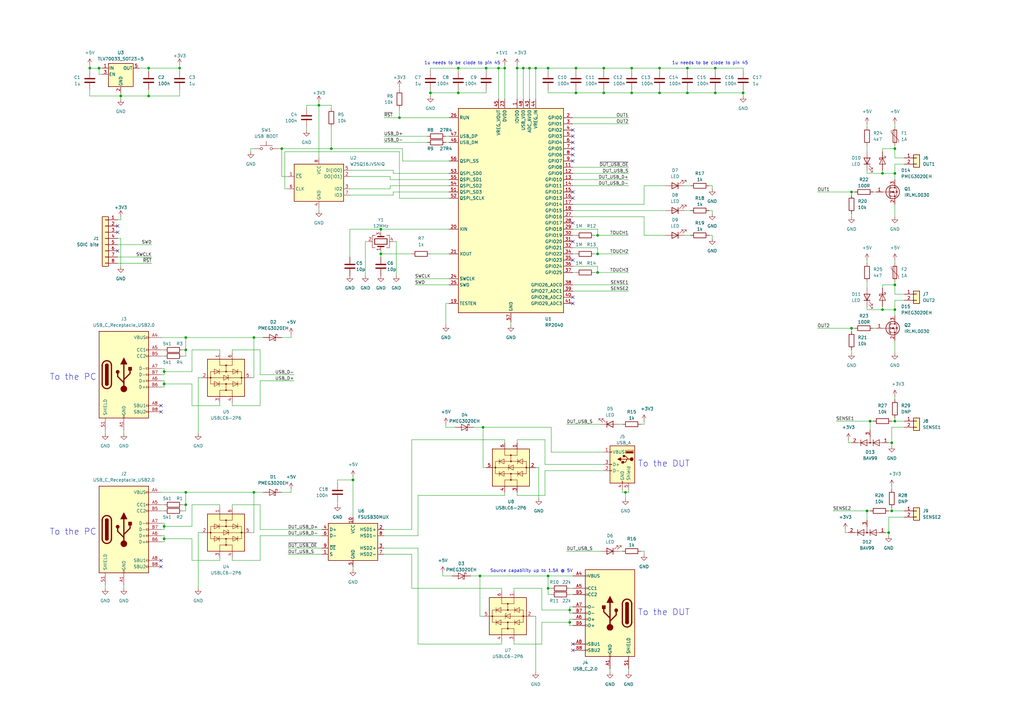
<source format=kicad_sch>
(kicad_sch (version 20211123) (generator eeschema)
  (paper "A3")
  (title_block (title "Latte") (date "2022-11-07") (rev "1.0") (company "Vojtěch Vosáhlo") (comment 1 "An open source USB latency tester"))
  (junction (at 49.53 39.37))
  (junction (at 196.85 236.22))
  (junction (at 367.03 172.72))
  (junction (at 270.51 27.94))
  (junction (at 236.22 38.1))
  (junction (at 293.37 38.1))
  (junction (at 144.78 196.85))
  (junction (at 207.01 27.94))
  (junction (at 187.96 38.1))
  (junction (at 224.79 27.94))
  (junction (at 247.65 38.1))
  (junction (at 76.2 207.01))
  (junction (at 247.65 27.94))
  (junction (at 367.03 116.84))
  (junction (at 224.79 241.3))
  (junction (at 217.17 27.94))
  (junction (at 304.8 38.1))
  (junction (at 156.21 93.98))
  (junction (at 349.25 134.62))
  (junction (at 67.31 157.48))
  (junction (at 156.21 104.14))
  (junction (at 236.22 27.94))
  (junction (at 361.95 71.12))
  (junction (at 40.64 27.94))
  (junction (at 281.94 38.1))
  (junction (at 365.76 209.55))
  (junction (at 259.08 27.94))
  (junction (at 176.53 38.1))
  (junction (at 355.6 209.55))
  (junction (at 104.14 138.43))
  (junction (at 245.11 104.14))
  (junction (at 245.11 96.52))
  (junction (at 367.03 127))
  (junction (at 361.95 127))
  (junction (at 356.87 172.72))
  (junction (at 233.68 250.19))
  (junction (at 163.83 48.26))
  (junction (at 104.14 201.93))
  (junction (at 367.03 71.12))
  (junction (at 76.2 138.43))
  (junction (at 67.31 152.4))
  (junction (at 60.96 39.37))
  (junction (at 76.2 143.51))
  (junction (at 204.47 27.94))
  (junction (at 212.09 27.94))
  (junction (at 199.39 27.94))
  (junction (at 245.11 111.76))
  (junction (at 256.54 201.93))
  (junction (at 281.94 27.94))
  (junction (at 214.63 27.94))
  (junction (at 76.2 201.93))
  (junction (at 349.25 78.74))
  (junction (at 60.96 27.94))
  (junction (at 135.89 60.96))
  (junction (at 293.37 27.94))
  (junction (at 259.08 38.1))
  (junction (at 73.66 27.94))
  (junction (at 67.31 220.98))
  (junction (at 187.96 27.94))
  (junction (at 224.79 236.22))
  (junction (at 36.83 27.94))
  (junction (at 198.12 175.26))
  (junction (at 364.49 218.44))
  (junction (at 233.68 255.27))
  (junction (at 219.71 27.94))
  (junction (at 365.76 181.61))
  (junction (at 67.31 215.9))
  (junction (at 270.51 38.1))
  (junction (at 367.03 60.96))
  (junction (at 130.81 43.18))
  (junction (at 115.57 60.96))
  (no_connect (at 234.95 53.34))
  (no_connect (at 66.04 229.87))
  (no_connect (at 234.95 91.44))
  (no_connect (at 234.95 63.5))
  (no_connect (at 66.04 232.41))
  (no_connect (at 234.95 78.74))
  (no_connect (at 48.26 102.87))
  (no_connect (at 234.95 60.96))
  (no_connect (at 66.04 166.37))
  (no_connect (at 234.95 124.46))
  (no_connect (at 234.95 266.7))
  (no_connect (at 234.95 264.16))
  (no_connect (at 234.95 66.04))
  (no_connect (at 48.26 95.25))
  (no_connect (at 234.95 106.68))
  (no_connect (at 66.04 168.91))
  (no_connect (at 234.95 55.88))
  (no_connect (at 234.95 81.28))
  (no_connect (at 234.95 121.92))
  (no_connect (at 234.95 58.42))
  (no_connect (at 234.95 99.06))
  (no_connect (at 48.26 92.71))
  (wire (pts (xy 161.29 71.12) (xy 161.29 69.85)))
  (wire (pts (xy 212.09 180.34) (xy 212.09 181.61)))
  (wire (pts (xy 365.76 182.88) (xy 365.76 181.61)))
  (wire (pts (xy 160.02 76.2) (xy 160.02 77.47)))
  (wire (pts (xy 232.41 226.06) (xy 246.38 226.06)))
  (wire (pts (xy 245.11 104.14) (xy 257.81 104.14)))
  (wire (pts (xy 361.95 116.84) (xy 367.03 116.84)))
  (wire (pts (xy 78.74 157.48) (xy 78.74 166.37)))
  (wire (pts (xy 234.95 86.36) (xy 273.05 86.36)))
  (wire (pts (xy 224.79 236.22) (xy 196.85 236.22)))
  (wire (pts (xy 292.1 86.36) (xy 292.1 87.63)))
  (wire (pts (xy 290.83 86.36) (xy 292.1 86.36)))
  (wire (pts (xy 161.29 99.06) (xy 162.56 99.06)))
  (wire (pts (xy 364.49 218.44) (xy 363.22 218.44)))
  (wire (pts (xy 182.88 133.35) (xy 182.88 124.46)))
  (wire (pts (xy 196.85 236.22) (xy 196.85 252.73)))
  (wire (pts (xy 67.31 220.98) (xy 67.31 222.25)))
  (wire (pts (xy 176.53 39.37) (xy 176.53 38.1)))
  (wire (pts (xy 367.03 115.57) (xy 367.03 116.84)))
  (wire (pts (xy 81.28 218.44) (xy 81.28 241.3)))
  (wire (pts (xy 95.25 228.6) (xy 95.25 229.87)))
  (wire (pts (xy 370.84 123.19) (xy 367.03 123.19)))
  (wire (pts (xy 66.04 222.25) (xy 67.31 222.25)))
  (wire (pts (xy 234.95 68.58) (xy 257.81 68.58)))
  (wire (pts (xy 367.03 172.72) (xy 370.84 172.72)))
  (wire (pts (xy 210.82 241.3) (xy 210.82 242.57)))
  (wire (pts (xy 171.45 224.79) (xy 171.45 264.16)))
  (wire (pts (xy 144.78 195.58) (xy 144.78 196.85)))
  (wire (pts (xy 209.55 132.08) (xy 209.55 133.35)))
  (wire (pts (xy 60.96 39.37) (xy 49.53 39.37)))
  (wire (pts (xy 370.84 64.77) (xy 367.03 64.77)))
  (wire (pts (xy 106.68 219.71) (xy 132.08 219.71)))
  (wire (pts (xy 119.38 138.43) (xy 115.57 138.43)))
  (wire (pts (xy 217.17 27.94) (xy 219.71 27.94)))
  (wire (pts (xy 170.18 116.84) (xy 184.15 116.84)))
  (wire (pts (xy 78.74 166.37) (xy 90.17 166.37)))
  (wire (pts (xy 199.39 29.21) (xy 199.39 27.94)))
  (wire (pts (xy 349.25 80.01) (xy 349.25 78.74)))
  (wire (pts (xy 157.48 48.26) (xy 163.83 48.26)))
  (wire (pts (xy 73.66 27.94) (xy 73.66 29.21)))
  (wire (pts (xy 205.74 262.89) (xy 205.74 264.16)))
  (wire (pts (xy 365.76 181.61) (xy 364.49 181.61)))
  (wire (pts (xy 160.02 72.39) (xy 160.02 73.66)))
  (wire (pts (xy 66.04 207.01) (xy 67.31 207.01)))
  (wire (pts (xy 250.19 274.32) (xy 250.19 275.59)))
  (wire (pts (xy 138.43 198.12) (xy 138.43 196.85)))
  (wire (pts (xy 236.22 27.94) (xy 236.22 29.21)))
  (wire (pts (xy 199.39 38.1) (xy 187.96 38.1)))
  (wire (pts (xy 78.74 220.98) (xy 78.74 229.87)))
  (wire (pts (xy 204.47 27.94) (xy 204.47 40.64)))
  (wire (pts (xy 161.29 78.74) (xy 184.15 78.74)))
  (wire (pts (xy 130.81 64.77) (xy 130.81 43.18)))
  (wire (pts (xy 73.66 36.83) (xy 73.66 39.37)))
  (wire (pts (xy 114.3 60.96) (xy 115.57 60.96)))
  (wire (pts (xy 207.01 26.67) (xy 207.01 27.94)))
  (wire (pts (xy 245.11 96.52) (xy 257.81 96.52)))
  (wire (pts (xy 280.67 86.36) (xy 283.21 86.36)))
  (wire (pts (xy 222.25 250.19) (xy 222.25 241.3)))
  (wire (pts (xy 130.81 43.18) (xy 125.73 43.18)))
  (wire (pts (xy 365.76 175.26) (xy 370.84 175.26)))
  (wire (pts (xy 270.51 27.94) (xy 270.51 29.21)))
  (wire (pts (xy 214.63 27.94) (xy 217.17 27.94)))
  (wire (pts (xy 234.95 48.26) (xy 257.81 48.26)))
  (wire (pts (xy 270.51 27.94) (xy 281.94 27.94)))
  (wire (pts (xy 355.6 106.68) (xy 355.6 107.95)))
  (wire (pts (xy 67.31 215.9) (xy 67.31 217.17)))
  (wire (pts (xy 78.74 152.4) (xy 78.74 143.51)))
  (wire (pts (xy 232.41 173.99) (xy 246.38 173.99)))
  (wire (pts (xy 95.25 165.1) (xy 95.25 166.37)))
  (wire (pts (xy 365.76 208.28) (xy 365.76 209.55)))
  (wire (pts (xy 364.49 212.09) (xy 364.49 218.44)))
  (wire (pts (xy 149.86 99.06) (xy 149.86 113.03)))
  (wire (pts (xy 264.16 226.06) (xy 264.16 227.33)))
  (wire (pts (xy 367.03 83.82) (xy 367.03 88.9)))
  (wire (pts (xy 207.01 27.94) (xy 207.01 40.64)))
  (wire (pts (xy 349.25 181.61) (xy 347.98 181.61)))
  (wire (pts (xy 234.95 251.46) (xy 233.68 251.46)))
  (wire (pts (xy 157.48 58.42) (xy 175.26 58.42)))
  (wire (pts (xy 165.1 66.04) (xy 165.1 60.96)))
  (wire (pts (xy 367.03 64.77) (xy 367.03 60.96)))
  (wire (pts (xy 364.49 209.55) (xy 365.76 209.55)))
  (wire (pts (xy 66.04 153.67) (xy 67.31 153.67)))
  (wire (pts (xy 66.04 214.63) (xy 67.31 214.63)))
  (wire (pts (xy 355.6 59.69) (xy 355.6 62.23)))
  (wire (pts (xy 223.52 203.2) (xy 212.09 203.2)))
  (wire (pts (xy 361.95 127) (xy 367.03 127)))
  (wire (pts (xy 116.84 77.47) (xy 118.11 77.47)))
  (wire (pts (xy 66.04 156.21) (xy 67.31 156.21)))
  (wire (pts (xy 171.45 219.71) (xy 171.45 203.2)))
  (wire (pts (xy 157.48 224.79) (xy 171.45 224.79)))
  (wire (pts (xy 365.76 209.55) (xy 370.84 209.55)))
  (wire (pts (xy 66.04 143.51) (xy 67.31 143.51)))
  (wire (pts (xy 116.84 62.23) (xy 116.84 77.47)))
  (wire (pts (xy 207.01 201.93) (xy 207.01 203.2)))
  (wire (pts (xy 370.84 212.09) (xy 364.49 212.09)))
  (wire (pts (xy 182.88 124.46) (xy 184.15 124.46)))
  (wire (pts (xy 218.44 252.73) (xy 219.71 252.73)))
  (wire (pts (xy 199.39 191.77) (xy 198.12 191.77)))
  (wire (pts (xy 226.06 185.42) (xy 226.06 175.26)))
  (wire (pts (xy 182.88 173.99) (xy 182.88 175.26)))
  (wire (pts (xy 234.95 236.22) (xy 224.79 236.22)))
  (wire (pts (xy 74.93 146.05) (xy 76.2 146.05)))
  (wire (pts (xy 104.14 138.43) (xy 104.14 154.94)))
  (wire (pts (xy 156.21 93.98) (xy 184.15 93.98)))
  (wire (pts (xy 247.65 36.83) (xy 247.65 38.1)))
  (wire (pts (xy 355.6 50.8) (xy 355.6 52.07)))
  (wire (pts (xy 234.95 254) (xy 233.68 254)))
  (wire (pts (xy 182.88 55.88) (xy 184.15 55.88)))
  (wire (pts (xy 78.74 229.87) (xy 90.17 229.87)))
  (wire (pts (xy 156.21 93.98) (xy 156.21 95.25)))
  (wire (pts (xy 163.83 62.23) (xy 116.84 62.23)))
  (wire (pts (xy 234.95 248.92) (xy 233.68 248.92)))
  (wire (pts (xy 292.1 96.52) (xy 292.1 97.79)))
  (wire (pts (xy 132.08 217.17) (xy 106.68 217.17)))
  (wire (pts (xy 355.6 127) (xy 361.95 127)))
  (wire (pts (xy 342.9 172.72) (xy 356.87 172.72)))
  (wire (pts (xy 43.18 240.03) (xy 43.18 241.3)))
  (wire (pts (xy 50.8 176.53) (xy 50.8 177.8)))
  (wire (pts (xy 243.84 96.52) (xy 245.11 96.52)))
  (wire (pts (xy 171.45 203.2) (xy 207.01 203.2)))
  (wire (pts (xy 361.95 62.23) (xy 361.95 60.96)))
  (wire (pts (xy 67.31 156.21) (xy 67.31 157.48)))
  (wire (pts (xy 233.68 255.27) (xy 222.25 255.27)))
  (wire (pts (xy 234.95 96.52) (xy 236.22 96.52)))
  (wire (pts (xy 264.16 88.9) (xy 264.16 96.52)))
  (wire (pts (xy 256.54 204.47) (xy 256.54 201.93)))
  (wire (pts (xy 224.79 36.83) (xy 224.79 38.1)))
  (wire (pts (xy 67.31 151.13) (xy 67.31 152.4)))
  (wire (pts (xy 335.28 134.62) (xy 349.25 134.62)))
  (wire (pts (xy 234.95 241.3) (xy 233.68 241.3)))
  (wire (pts (xy 130.81 41.91) (xy 130.81 43.18)))
  (wire (pts (xy 95.25 144.78) (xy 95.25 143.51)))
  (wire (pts (xy 341.63 209.55) (xy 355.6 209.55)))
  (wire (pts (xy 66.04 151.13) (xy 67.31 151.13)))
  (wire (pts (xy 292.1 76.2) (xy 292.1 77.47)))
  (wire (pts (xy 78.74 215.9) (xy 78.74 207.01)))
  (wire (pts (xy 171.45 264.16) (xy 205.74 264.16)))
  (wire (pts (xy 293.37 27.94) (xy 304.8 27.94)))
  (wire (pts (xy 36.83 27.94) (xy 40.64 27.94)))
  (wire (pts (xy 223.52 193.04) (xy 223.52 203.2)))
  (wire (pts (xy 135.89 43.18) (xy 135.89 44.45)))
  (wire (pts (xy 234.95 73.66) (xy 257.81 73.66)))
  (wire (pts (xy 293.37 38.1) (xy 293.37 36.83)))
  (wire (pts (xy 67.31 220.98) (xy 78.74 220.98)))
  (wire (pts (xy 135.89 52.07) (xy 135.89 60.96)))
  (wire (pts (xy 259.08 27.94) (xy 259.08 29.21)))
  (wire (pts (xy 361.95 60.96) (xy 367.03 60.96)))
  (wire (pts (xy 224.79 38.1) (xy 236.22 38.1)))
  (wire (pts (xy 219.71 191.77) (xy 220.98 191.77)))
  (wire (pts (xy 219.71 27.94) (xy 219.71 40.64)))
  (wire (pts (xy 160.02 77.47) (xy 143.51 77.47)))
  (wire (pts (xy 157.48 217.17) (xy 168.91 217.17)))
  (wire (pts (xy 226.06 241.3) (xy 224.79 241.3)))
  (wire (pts (xy 106.68 219.71) (xy 106.68 229.87)))
  (wire (pts (xy 36.83 29.21) (xy 36.83 27.94)))
  (wire (pts (xy 255.27 201.93) (xy 256.54 201.93)))
  (wire (pts (xy 234.95 88.9) (xy 264.16 88.9)))
  (wire (pts (xy 270.51 36.83) (xy 270.51 38.1)))
  (wire (pts (xy 36.83 39.37) (xy 49.53 39.37)))
  (wire (pts (xy 236.22 36.83) (xy 236.22 38.1)))
  (wire (pts (xy 157.48 219.71) (xy 171.45 219.71)))
  (wire (pts (xy 161.29 71.12) (xy 184.15 71.12)))
  (wire (pts (xy 281.94 27.94) (xy 293.37 27.94)))
  (wire (pts (xy 234.95 104.14) (xy 236.22 104.14)))
  (wire (pts (xy 367.03 67.31) (xy 367.03 71.12)))
  (wire (pts (xy 245.11 101.6) (xy 245.11 104.14)))
  (wire (pts (xy 223.52 180.34) (xy 212.09 180.34)))
  (wire (pts (xy 234.95 71.12) (xy 257.81 71.12)))
  (wire (pts (xy 280.67 96.52) (xy 283.21 96.52)))
  (wire (pts (xy 304.8 38.1) (xy 304.8 39.37)))
  (wire (pts (xy 355.6 125.73) (xy 355.6 127)))
  (wire (pts (xy 347.98 218.44) (xy 346.71 218.44)))
  (wire (pts (xy 48.26 90.17) (xy 49.53 90.17)))
  (wire (pts (xy 106.68 143.51) (xy 106.68 153.67)))
  (wire (pts (xy 76.2 207.01) (xy 76.2 209.55)))
  (wire (pts (xy 259.08 38.1) (xy 270.51 38.1)))
  (wire (pts (xy 102.87 218.44) (xy 104.14 218.44)))
  (wire (pts (xy 270.51 38.1) (xy 281.94 38.1)))
  (wire (pts (xy 367.03 120.65) (xy 367.03 116.84)))
  (wire (pts (xy 163.83 48.26) (xy 184.15 48.26)))
  (wire (pts (xy 222.25 255.27) (xy 222.25 264.16)))
  (wire (pts (xy 60.96 36.83) (xy 60.96 39.37)))
  (wire (pts (xy 247.65 27.94) (xy 259.08 27.94)))
  (wire (pts (xy 257.81 274.32) (xy 257.81 275.59)))
  (wire (pts (xy 236.22 38.1) (xy 247.65 38.1)))
  (wire (pts (xy 74.93 207.01) (xy 76.2 207.01)))
  (wire (pts (xy 247.65 185.42) (xy 226.06 185.42)))
  (wire (pts (xy 259.08 36.83) (xy 259.08 38.1)))
  (wire (pts (xy 181.61 234.95) (xy 181.61 236.22)))
  (wire (pts (xy 163.83 44.45) (xy 163.83 48.26)))
  (wire (pts (xy 355.6 69.85) (xy 355.6 71.12)))
  (wire (pts (xy 358.14 172.72) (xy 356.87 172.72)))
  (wire (pts (xy 361.95 125.73) (xy 361.95 127)))
  (wire (pts (xy 264.16 96.52) (xy 273.05 96.52)))
  (wire (pts (xy 163.83 81.28) (xy 163.83 62.23)))
  (wire (pts (xy 233.68 248.92) (xy 233.68 250.19)))
  (wire (pts (xy 349.25 135.89) (xy 349.25 134.62)))
  (wire (pts (xy 370.84 120.65) (xy 367.03 120.65)))
  (wire (pts (xy 346.71 218.44) (xy 346.71 217.17)))
  (wire (pts (xy 50.8 240.03) (xy 50.8 241.3)))
  (wire (pts (xy 176.53 36.83) (xy 176.53 38.1)))
  (wire (pts (xy 264.16 172.72) (xy 264.16 173.99)))
  (wire (pts (xy 187.96 38.1) (xy 176.53 38.1)))
  (wire (pts (xy 349.25 87.63) (xy 349.25 88.9)))
  (wire (pts (xy 349.25 78.74) (xy 350.52 78.74)))
  (wire (pts (xy 119.38 137.16) (xy 119.38 138.43)))
  (wire (pts (xy 355.6 209.55) (xy 355.6 213.36)))
  (wire (pts (xy 367.03 171.45) (xy 367.03 172.72)))
  (wire (pts (xy 81.28 154.94) (xy 81.28 177.8)))
  (wire (pts (xy 256.54 201.93) (xy 257.81 201.93)))
  (wire (pts (xy 73.66 26.67) (xy 73.66 27.94)))
  (wire (pts (xy 281.94 36.83) (xy 281.94 38.1)))
  (wire (pts (xy 364.49 219.71) (xy 364.49 218.44)))
  (wire (pts (xy 106.68 156.21) (xy 106.68 166.37)))
  (wire (pts (xy 234.95 243.84) (xy 233.68 243.84)))
  (wire (pts (xy 125.73 53.34) (xy 125.73 52.07)))
  (wire (pts (xy 90.17 166.37) (xy 90.17 165.1)))
  (wire (pts (xy 349.25 134.62) (xy 350.52 134.62)))
  (wire (pts (xy 162.56 99.06) (xy 162.56 113.03)))
  (wire (pts (xy 212.09 27.94) (xy 214.63 27.94)))
  (wire (pts (xy 74.93 209.55) (xy 76.2 209.55)))
  (wire (pts (xy 74.93 143.51) (xy 76.2 143.51)))
  (wire (pts (xy 67.31 152.4) (xy 78.74 152.4)))
  (wire (pts (xy 356.87 209.55) (xy 355.6 209.55)))
  (wire (pts (xy 365.76 175.26) (xy 365.76 181.61)))
  (wire (pts (xy 95.25 208.28) (xy 95.25 207.01)))
  (wire (pts (xy 245.11 93.98) (xy 245.11 96.52)))
  (wire (pts (xy 144.78 232.41) (xy 144.78 233.68)))
  (wire (pts (xy 102.87 60.96) (xy 102.87 62.23)))
  (wire (pts (xy 257.81 200.66) (xy 257.81 201.93)))
  (wire (pts (xy 115.57 72.39) (xy 118.11 72.39)))
  (wire (pts (xy 207.01 27.94) (xy 204.47 27.94)))
  (wire (pts (xy 365.76 172.72) (xy 367.03 172.72)))
  (wire (pts (xy 66.04 209.55) (xy 67.31 209.55)))
  (wire (pts (xy 106.68 156.21) (xy 120.65 156.21)))
  (wire (pts (xy 187.96 27.94) (xy 199.39 27.94)))
  (wire (pts (xy 143.51 93.98) (xy 156.21 93.98)))
  (wire (pts (xy 160.02 76.2) (xy 184.15 76.2)))
  (wire (pts (xy 168.91 241.3) (xy 205.74 241.3)))
  (wire (pts (xy 367.03 106.68) (xy 367.03 107.95)))
  (wire (pts (xy 144.78 196.85) (xy 144.78 212.09)))
  (wire (pts (xy 198.12 175.26) (xy 194.31 175.26)))
  (wire (pts (xy 210.82 264.16) (xy 210.82 262.89)))
  (wire (pts (xy 224.79 241.3) (xy 224.79 243.84)))
  (wire (pts (xy 176.53 104.14) (xy 184.15 104.14)))
  (wire (pts (xy 204.47 27.94) (xy 199.39 27.94)))
  (wire (pts (xy 62.23 105.41) (xy 48.26 105.41)))
  (wire (pts (xy 163.83 35.56) (xy 163.83 36.83)))
  (wire (pts (xy 49.53 109.22) (xy 49.53 97.79)))
  (wire (pts (xy 217.17 27.94) (xy 217.17 40.64)))
  (wire (pts (xy 262.89 173.99) (xy 264.16 173.99)))
  (wire (pts (xy 67.31 215.9) (xy 78.74 215.9)))
  (wire (pts (xy 361.95 69.85) (xy 361.95 71.12)))
  (wire (pts (xy 247.65 29.21) (xy 247.65 27.94)))
  (wire (pts (xy 367.03 123.19) (xy 367.03 127)))
  (wire (pts (xy 355.6 71.12) (xy 361.95 71.12)))
  (wire (pts (xy 168.91 180.34) (xy 207.01 180.34)))
  (wire (pts (xy 290.83 76.2) (xy 292.1 76.2)))
  (wire (pts (xy 293.37 27.94) (xy 293.37 29.21)))
  (wire (pts (xy 135.89 43.18) (xy 130.81 43.18)))
  (wire (pts (xy 254 173.99) (xy 255.27 173.99)))
  (wire (pts (xy 57.15 27.94) (xy 60.96 27.94)))
  (wire (pts (xy 243.84 111.76) (xy 245.11 111.76)))
  (wire (pts (xy 135.89 60.96) (xy 115.57 60.96)))
  (wire (pts (xy 168.91 227.33) (xy 157.48 227.33)))
  (wire (pts (xy 234.95 76.2) (xy 257.81 76.2)))
  (wire (pts (xy 76.2 138.43) (xy 104.14 138.43)))
  (wire (pts (xy 367.03 71.12) (xy 367.03 73.66)))
  (wire (pts (xy 234.95 83.82) (xy 264.16 83.82)))
  (wire (pts (xy 49.53 88.9) (xy 49.53 90.17)))
  (wire (pts (xy 106.68 153.67) (xy 120.65 153.67)))
  (wire (pts (xy 304.8 38.1) (xy 304.8 36.83)))
  (wire (pts (xy 224.79 29.21) (xy 224.79 27.94)))
  (wire (pts (xy 36.83 36.83) (xy 36.83 39.37)))
  (wire (pts (xy 60.96 27.94) (xy 73.66 27.94)))
  (wire (pts (xy 187.96 27.94) (xy 176.53 27.94)))
  (wire (pts (xy 212.09 40.64) (xy 212.09 27.94)))
  (wire (pts (xy 90.17 143.51) (xy 90.17 144.78)))
  (wire (pts (xy 281.94 27.94) (xy 281.94 29.21)))
  (wire (pts (xy 245.11 109.22) (xy 245.11 111.76)))
  (wire (pts (xy 119.38 201.93) (xy 115.57 201.93)))
  (wire (pts (xy 355.6 115.57) (xy 355.6 118.11)))
  (wire (pts (xy 62.23 107.95) (xy 48.26 107.95)))
  (wire (pts (xy 143.51 80.01) (xy 161.29 80.01)))
  (wire (pts (xy 90.17 207.01) (xy 90.17 208.28)))
  (wire (pts (xy 156.21 102.87) (xy 156.21 104.14)))
  (wire (pts (xy 234.95 256.54) (xy 233.68 256.54)))
  (wire (pts (xy 370.84 67.31) (xy 367.03 67.31)))
  (wire (pts (xy 118.11 224.79) (xy 132.08 224.79)))
  (wire (pts (xy 130.81 85.09) (xy 130.81 86.36)))
  (wire (pts (xy 160.02 73.66) (xy 184.15 73.66)))
  (wire (pts (xy 335.28 78.74) (xy 349.25 78.74)))
  (wire (pts (xy 67.31 219.71) (xy 67.31 220.98)))
  (wire (pts (xy 156.21 104.14) (xy 156.21 105.41)))
  (wire (pts (xy 107.95 138.43) (xy 104.14 138.43)))
  (wire (pts (xy 293.37 38.1) (xy 304.8 38.1)))
  (wire (pts (xy 165.1 66.04) (xy 184.15 66.04)))
  (wire (pts (xy 233.68 250.19) (xy 222.25 250.19)))
  (wire (pts (xy 41.91 30.48) (xy 40.64 30.48)))
  (wire (pts (xy 224.79 236.22) (xy 224.79 241.3)))
  (wire (pts (xy 365.76 199.39) (xy 365.76 200.66)))
  (wire (pts (xy 198.12 252.73) (xy 196.85 252.73)))
  (wire (pts (xy 367.03 59.69) (xy 367.03 60.96)))
  (wire (pts (xy 234.95 109.22) (xy 245.11 109.22)))
  (wire (pts (xy 247.65 38.1) (xy 259.08 38.1)))
  (wire (pts (xy 219.71 27.94) (xy 224.79 27.94)))
  (wire (pts (xy 66.04 201.93) (xy 76.2 201.93)))
  (wire (pts (xy 119.38 200.66) (xy 119.38 201.93)))
  (wire (pts (xy 118.11 227.33) (xy 132.08 227.33)))
  (wire (pts (xy 163.83 81.28) (xy 184.15 81.28)))
  (wire (pts (xy 82.55 218.44) (xy 81.28 218.44)))
  (wire (pts (xy 78.74 207.01) (xy 90.17 207.01)))
  (wire (pts (xy 165.1 60.96) (xy 135.89 60.96)))
  (wire (pts (xy 82.55 154.94) (xy 81.28 154.94)))
  (wire (pts (xy 358.14 78.74) (xy 359.41 78.74)))
  (wire (pts (xy 205.74 242.57) (xy 205.74 241.3)))
  (wire (pts (xy 168.91 241.3) (xy 168.91 227.33)))
  (wire (pts (xy 66.04 158.75) (xy 67.31 158.75)))
  (wire (pts (xy 196.85 236.22) (xy 193.04 236.22)))
  (wire (pts (xy 304.8 27.94) (xy 304.8 29.21)))
  (wire (pts (xy 66.04 146.05) (xy 67.31 146.05)))
  (wire (pts (xy 67.31 152.4) (xy 67.31 153.67)))
  (wire (pts (xy 43.18 176.53) (xy 43.18 177.8)))
  (wire (pts (xy 168.91 217.17) (xy 168.91 180.34)))
  (wire (pts (xy 207.01 181.61) (xy 207.01 180.34)))
  (wire (pts (xy 198.12 175.26) (xy 226.06 175.26)))
  (wire (pts (xy 236.22 27.94) (xy 247.65 27.94)))
  (wire (pts (xy 367.03 139.7) (xy 367.03 144.78)))
  (wire (pts (xy 76.2 201.93) (xy 104.14 201.93)))
  (wire (pts (xy 73.66 39.37) (xy 60.96 39.37)))
  (wire (pts (xy 255.27 200.66) (xy 255.27 201.93)))
  (wire (pts (xy 67.31 157.48) (xy 67.31 158.75)))
  (wire (pts (xy 170.18 114.3) (xy 184.15 114.3)))
  (wire (pts (xy 107.95 201.93) (xy 104.14 201.93)))
  (wire (pts (xy 40.64 27.94) (xy 41.91 27.94)))
  (wire (pts (xy 259.08 27.94) (xy 270.51 27.94)))
  (wire (pts (xy 223.52 190.5) (xy 223.52 180.34)))
  (wire (pts (xy 234.95 119.38) (xy 257.81 119.38)))
  (wire (pts (xy 224.79 27.94) (xy 236.22 27.94)))
  (wire (pts (xy 182.88 58.42) (xy 184.15 58.42)))
  (wire (pts (xy 78.74 143.51) (xy 90.17 143.51)))
  (wire (pts (xy 125.73 43.18) (xy 125.73 44.45)))
  (wire (pts (xy 106.68 166.37) (xy 95.25 166.37)))
  (wire (pts (xy 262.89 226.06) (xy 264.16 226.06)))
  (wire (pts (xy 290.83 96.52) (xy 292.1 96.52)))
  (wire (pts (xy 367.03 50.8) (xy 367.03 52.07)))
  (wire (pts (xy 40.64 30.48) (xy 40.64 27.94)))
  (wire (pts (xy 106.68 207.01) (xy 106.68 217.17)))
  (wire (pts (xy 187.96 29.21) (xy 187.96 27.94)))
  (wire (pts (xy 245.11 111.76) (xy 257.81 111.76)))
  (wire (pts (xy 49.53 39.37) (xy 49.53 40.64)))
  (wire (pts (xy 49.53 39.37) (xy 49.53 38.1)))
  (wire (pts (xy 185.42 236.22) (xy 181.61 236.22)))
  (wire (pts (xy 223.52 190.5) (xy 247.65 190.5)))
  (wire (pts (xy 187.96 36.83) (xy 187.96 38.1)))
  (wire (pts (xy 212.09 203.2) (xy 212.09 201.93)))
  (wire (pts (xy 220.98 191.77) (xy 220.98 204.47)))
  (wire (pts (xy 62.23 100.33) (xy 48.26 100.33)))
  (wire (pts (xy 60.96 27.94) (xy 60.96 29.21)))
  (wire (pts (xy 361.95 118.11) (xy 361.95 116.84)))
  (wire (pts (xy 233.68 250.19) (xy 233.68 251.46)))
  (wire (pts (xy 186.69 175.26) (xy 182.88 175.26)))
  (wire (pts (xy 76.2 138.43) (xy 76.2 143.51)))
  (wire (pts (xy 104.14 201.93) (xy 104.14 218.44)))
  (wire (pts (xy 281.94 38.1) (xy 293.37 38.1)))
  (wire (pts (xy 157.48 55.88) (xy 175.26 55.88)))
  (wire (pts (xy 361.95 71.12) (xy 367.03 71.12)))
  (wire (pts (xy 356.87 172.72) (xy 356.87 176.53)))
  (wire (pts (xy 161.29 69.85) (xy 143.51 69.85)))
  (wire (pts (xy 234.95 116.84) (xy 257.81 116.84)))
  (wire (pts (xy 66.04 138.43) (xy 76.2 138.43)))
  (wire (pts (xy 67.31 214.63) (xy 67.31 215.9)))
  (wire (pts (xy 234.95 111.76) (xy 236.22 111.76)))
  (wire (pts (xy 367.03 127) (xy 367.03 129.54)))
  (wire (pts (xy 156.21 104.14) (xy 168.91 104.14)))
  (wire (pts (xy 151.13 99.06) (xy 149.86 99.06)))
  (wire (pts (xy 176.53 29.21) (xy 176.53 27.94)))
  (wire (pts (xy 243.84 104.14) (xy 245.11 104.14)))
  (wire (pts (xy 234.95 101.6) (xy 245.11 101.6)))
  (wire (pts (xy 226.06 243.84) (xy 224.79 243.84)))
  (wire (pts (xy 115.57 60.96) (xy 115.57 72.39)))
  (wire (pts (xy 49.53 97.79) (xy 48.26 97.79)))
  (wire (pts (xy 143.51 105.41) (xy 143.51 93.98)))
  (wire (pts (xy 138.43 207.01) (xy 138.43 205.74)))
  (wire (pts (xy 199.39 36.83) (xy 199.39 38.1)))
  (wire (pts (xy 367.03 162.56) (xy 367.03 163.83)))
  (wire (pts (xy 222.25 241.3) (xy 210.82 241.3)))
  (wire (pts (xy 214.63 27.94) (xy 214.63 40.64)))
  (wire (pts (xy 143.51 72.39) (xy 160.02 72.39)))
  (wire (pts (xy 358.14 134.62) (xy 359.41 134.62)))
  (wire (pts (xy 36.83 26.67) (xy 36.83 27.94)))
  (wire (pts (xy 234.95 50.8) (xy 257.81 50.8)))
  (wire (pts (xy 234.95 93.98) (xy 245.11 93.98)))
  (wire (pts (xy 233.68 254) (xy 233.68 255.27)))
  (wire (pts (xy 233.68 255.27) (xy 233.68 256.54)))
  (wire (pts (xy 106.68 207.01) (xy 95.25 207.01)))
  (wire (pts (xy 161.29 80.01) (xy 161.29 78.74)))
  (wire (pts (xy 106.68 143.51) (xy 95.25 143.51)))
  (wire (pts (xy 223.52 193.04) (xy 247.65 193.04)))
  (wire (pts (xy 280.67 76.2) (xy 283.21 76.2)))
  (wire (pts (xy 264.16 76.2) (xy 273.05 76.2)))
  (wire (pts (xy 66.04 217.17) (xy 67.31 217.17)))
  (wire (pts (xy 76.2 143.51) (xy 76.2 146.05)))
  (wire (pts (xy 76.2 201.93) (xy 76.2 207.01)))
  (wire (pts (xy 66.04 219.71) (xy 67.31 219.71)))
  (wire (pts (xy 102.87 154.94) (xy 104.14 154.94)))
  (wire (pts (xy 198.12 175.26) (xy 198.12 191.77)))
  (wire (pts (xy 106.68 229.87) (xy 95.25 229.87)))
  (wire (pts (xy 219.71 252.73) (xy 219.71 275.59)))
  (wire (pts (xy 67.31 157.48) (xy 78.74 157.48)))
  (wire (pts (xy 212.09 26.67) (xy 212.09 27.94)))
  (wire (pts (xy 264.16 83.82) (xy 264.16 76.2)))
  (wire (pts (xy 138.43 196.85) (xy 144.78 196.85)))
  (wire (pts (xy 347.98 181.61) (xy 347.98 180.34)))
  (wire (pts (xy 90.17 229.87) (xy 90.17 228.6)))
  (wire (pts (xy 349.25 143.51) (xy 349.25 144.78)))
  (wire (pts (xy 104.14 60.96) (xy 102.87 60.96)))
  (wire (pts (xy 222.25 264.16) (xy 210.82 264.16)))
  (wire (pts (xy 254 226.06) (xy 255.27 226.06)))
  (text "1u needs to be clode to pin 45\n" (at 275.59 26.67 0) (effects (font (size 1.27 1.27)) (justify left bottom)))
  (text "To the PC" (at 20.32 156.21 0) (effects (font (size 2.54 2.54)) (justify left bottom)))
  (text "Source capability up to 1.5A @ 5V" (at 234.95 234.95 180) (effects (font (size 1.27 1.27)) (justify right bottom)))
  (text "1u needs to be clode to pin 45\n" (at 173.99 26.67 0) (effects (font (size 1.27 1.27)) (justify left bottom)))
  (text "To the DUT" (at 261.62 191.77 0) (effects (font (size 2.54 2.54)) (justify left bottom)))
  (text "To the PC" (at 20.32 219.71 0) (effects (font (size 2.54 2.54)) (justify left bottom)))
  (text "To the DUT" (at 261.62 252.73 0) (effects (font (size 2.54 2.54)) (justify left bottom)))
  (label "DUT_USB_S" (at 232.41 173.99 0))
  (label "USB_D-" (at 120.65 153.67 180))
  (label "SENSE2" (at 257.81 119.38 180))
  (label "~{RST}" (at 62.23 107.95 180))
  (label "TOUCH3" (at 257.81 111.76 180))
  (label "USB_D+" (at 157.48 55.88 0))
  (label "SENSE1" (at 342.9 172.72 0))
  (label "USB_D+" (at 120.65 156.21 180))
  (label "SWD" (at 170.18 116.84 0))
  (label "~{DUT_USB_OE}" (at 257.81 68.58 180))
  (label "SENSE1" (at 257.81 116.84 180))
  (label "DUT_USB_S" (at 257.81 71.12 180))
  (label "SWD" (at 62.23 100.33 180))
  (label "SWCLK" (at 62.23 105.41 180))
  (label "DUT_USB_S" (at 118.11 227.33 0))
  (label "~{DUT_USB_OE}" (at 118.11 224.79 0))
  (label "DUT_USB_D-" (at 257.81 76.2 180))
  (label "OUT2" (at 257.81 50.8 180))
  (label "OUT1" (at 335.28 78.74 0))
  (label "TOUCH1" (at 257.81 96.52 180))
  (label "SENSE2" (at 341.63 209.55 0))
  (label "DUT_USB_D+" (at 257.81 73.66 180))
  (label "DUT_USB_D+" (at 118.11 217.17 0))
  (label "TOUCH2" (at 257.81 104.14 180))
  (label "DUT_USB_S" (at 232.41 226.06 0))
  (label "~{RST}" (at 157.48 48.26 0))
  (label "OUT1" (at 257.81 48.26 180))
  (label "DUT_USB_D-" (at 118.11 219.71 0))
  (label "SWCLK" (at 170.18 114.3 0))
  (label "OUT2" (at 335.28 134.62 0))
  (label "USB_D-" (at 157.48 58.42 0))
  (symbol (lib_id "Device:C") (at 143.51 109.22 0) (unit 1)
    (property "Reference" "C5" (at 146.05 107.95 0) (effects (justify left)))
    (property "Value" "10p" (at 146.05 110.49 0) (effects (justify left)))
    (property "Footprint" "Capacitor_SMD:C_0402_1005Metric" (effects hide))
  )
  (symbol (lib_id "Regulator_Linear:TLV70033_SOT23-5") (at 49.53 30.48 0) (unit 1)
    (property "Reference" "U3" (at 49.53 21.59 0))
    (property "Value" "TLV70033_SOT23-5" (at 49.53 24.13 0))
    (property "Footprint" "Package_TO_SOT_SMD:SOT-23-5" (effects hide))
    (property "Datasheet" "http://www.ti.com/lit/ds/symlink/tlv700.pdf" (effects hide))
  )
  (symbol (lib_id "power:GND") (at 43.18 241.3 0) (mirror y) (unit 1)
    (property "Reference" "#PWR0125" (effects hide))
    (property "Value" "GND" (at 43.18 246.38 0))
  )
  (symbol (lib_id "Device:R") (at 287.02 96.52 90) (unit 1)
    (property "Reference" "R19" (at 287.02 91.44 90))
    (property "Value" "1k" (at 287.02 93.98 90))
  )
  (symbol (lib_id "Diode:PMEG3020EH") (at 361.95 66.04 270) (unit 1)
    (property "Reference" "D14" (at 369.57 69.85 90) (effects (justify left)))
    (property "Value" "PMEG3020EH" (at 369.57 72.39 90) (effects (justify left)))
    (property "Footprint" "Diode_SMD:D_SOD-123F" (effects hide))
    (property "Datasheet" "https://assets.nexperia.com/documents/data-sheet/PMEG3020EH_EJ.pdf" (effects hide))
  )
  (symbol (lib_id "power:GND") (at 102.87 62.23 0) (mirror y) (unit 1)
    (property "Reference" "#PWR0134" (effects hide))
    (property "Value" "GND" (at 102.87 67.31 0))
  )
  (symbol (lib_id "Transistor_FET:IRLML0030") (at 364.49 78.74 0) (unit 1)
    (property "Reference" "Q1" (at 370.84 77.4699 0) (effects (justify left)))
    (property "Value" "IRLML0030" (at 370.84 80.0099 0) (effects (justify left)))
    (property "Footprint" "Package_TO_SOT_SMD:SOT-23" (effects hide))
    (property "Datasheet" "https://www.infineon.com/dgdl/irlml0030pbf.pdf?fileId=5546d462533600a401535664773825df" (effects hide))
  )
  (symbol (lib_id "Interface_USB:FSUSB30MUX") (at 144.78 222.25 0) (unit 1)
    (property "Reference" "U6" (at 146.7994 209.55 0) (effects (justify left)))
    (property "Value" "FSUSB30MUX" (at 146.7994 212.09 0) (effects (justify left)))
    (property "Footprint" "Package_SO:MSOP-10_3x3mm_P0.5mm" (effects hide))
    (property "Datasheet" "https://www.onsemi.com/pdf/datasheet/fsusb30-d.pdf" (effects hide))
  )
  (symbol (lib_id "Power_Protection:USBLC6-2P6") (at 92.71 218.44 270) (unit 1)
    (property "Reference" "U4" (at 92.71 232.41 90))
    (property "Value" "USBLC6-2P6" (at 92.71 234.95 90))
    (property "Footprint" "Package_TO_SOT_SMD:SOT-666" (effects hide))
    (property "Datasheet" "https://www.st.com/resource/en/datasheet/usblc6-2.pdf" (effects hide))
  )
  (symbol (lib_id "Device:C") (at 36.83 33.02 0) (mirror x) (unit 1)
    (property "Reference" "C1" (at 33.02 31.7499 0) (effects (justify right)))
    (property "Value" "1u" (at 33.02 34.2899 0) (effects (justify right)))
  )
  (symbol (lib_id "Device:R") (at 240.03 96.52 90) (unit 1)
    (property "Reference" "R12" (at 242.57 92.71 90))
    (property "Value" "1M" (at 237.49 92.71 90))
  )
  (symbol (lib_id "Device:C") (at 247.65 33.02 0) (unit 1)
    (property "Reference" "C12" (at 251.46 31.7499 0) (effects (justify left)))
    (property "Value" "100n" (at 251.46 34.2899 0) (effects (justify left)))
  )
  (symbol (lib_id "Device:R") (at 349.25 139.7 0) (unit 1)
    (property "Reference" "R21" (at 351.79 138.4299 0) (effects (justify left)))
    (property "Value" "10k" (at 351.79 140.9699 0) (effects (justify left)))
  )
  (symbol (lib_id "power:+1V1") (at 207.01 26.67 0) (mirror y) (unit 1)
    (property "Reference" "#PWR0108" (effects hide))
    (property "Value" "+1V1" (at 205.74 21.59 0))
  )
  (symbol (lib_id "Device:C") (at 270.51 33.02 0) (unit 1)
    (property "Reference" "C14" (at 274.32 31.7499 0) (effects (justify left)))
    (property "Value" "100n" (at 274.32 34.2899 0) (effects (justify left)))
  )
  (symbol (lib_id "Device:R") (at 360.68 209.55 90) (unit 1)
    (property "Reference" "R26" (at 360.68 203.2 90))
    (property "Value" "10k" (at 360.68 205.74 90))
  )
  (symbol (lib_id "Power_Protection:USBLC6-2P6") (at 92.71 154.94 270) (unit 1)
    (property "Reference" "U5" (at 92.71 168.91 90))
    (property "Value" "USBLC6-2P6" (at 92.71 171.45 90))
    (property "Footprint" "Package_TO_SOT_SMD:SOT-666" (effects hide))
    (property "Datasheet" "https://www.st.com/resource/en/datasheet/usblc6-2.pdf" (effects hide))
  )
  (symbol (lib_id "power:GND") (at 349.25 88.9 0) (mirror y) (unit 1)
    (property "Reference" "#PWR010" (effects hide))
    (property "Value" "GND" (at 349.25 93.98 0))
  )
  (symbol (lib_id "MCU_RaspberryPi:RP2040") (at 209.55 86.36 0) (unit 1)
    (property "Reference" "U1" (at 223.52 130.81 0) (effects (justify left)))
    (property "Value" "RP2040" (at 223.52 133.35 0) (effects (justify left)))
    (property "Footprint" "Package_DFN_QFN:QFN-56-1EP_7x7mm_P0.4mm_EP3.2x3.2mm" (effects hide))
    (property "Datasheet" "https://datasheets.raspberrypi.com/rp2040/rp2040-datasheet.pdf" (effects hide))
  )
  (symbol (lib_id "Device:R") (at 71.12 146.05 270) (mirror x) (unit 1)
    (property "Reference" "R4" (at 73.66 148.59 90))
    (property "Value" "5k1" (at 68.58 148.59 90))
  )
  (symbol (lib_id "Device:R") (at 355.6 111.76 0) (unit 1)
    (property "Reference" "R25" (at 358.14 110.4899 0) (effects (justify left)))
    (property "Value" "4k7" (at 358.14 113.0299 0) (effects (justify left)))
  )
  (symbol (lib_id "Device:R") (at 287.02 76.2 90) (unit 1)
    (property "Reference" "R17" (at 287.02 71.12 90))
    (property "Value" "1k" (at 287.02 73.66 90))
  )
  (symbol (lib_id "power:GND") (at 50.8 177.8 0) (mirror y) (unit 1)
    (property "Reference" "#PWR0126" (effects hide))
    (property "Value" "GND" (at 50.8 182.88 0))
  )
  (symbol (lib_id "Device:C") (at 60.96 33.02 0) (unit 1)
    (property "Reference" "C2" (at 64.77 31.7499 0) (effects (justify left)))
    (property "Value" "100n" (at 64.77 34.2899 0) (effects (justify left)))
  )
  (symbol (lib_id "Diode:BAV99") (at 355.6 218.44 180) (unit 1)
    (property "Reference" "D12" (at 355.6 222.25 0))
    (property "Value" "BAV99" (at 355.6 224.79 0))
    (property "Footprint" "Package_TO_SOT_SMD:SOT-23" (effects hide))
    (property "Datasheet" "https://assets.nexperia.com/documents/data-sheet/BAV99_SER.pdf" (effects hide))
  )
  (symbol (lib_id "Device:R") (at 135.89 48.26 0) (unit 1)
    (property "Reference" "R5" (at 138.43 46.9899 0) (effects (justify left)))
    (property "Value" "10k" (at 138.43 49.5299 0) (effects (justify left)))
  )
  (symbol (lib_id "power:GND") (at 256.54 204.47 0) (unit 1)
    (property "Reference" "#PWR0120" (effects hide))
    (property "Value" "GND" (at 256.54 209.55 0))
  )
  (symbol (lib_id "Device:C") (at 125.73 48.26 0) (mirror y) (unit 1)
    (property "Reference" "C4" (at 121.92 46.9899 0) (effects (justify left)))
    (property "Value" "100n" (at 121.92 49.5299 0) (effects (justify left)))
  )
  (symbol (lib_id "Device:Polyfuse") (at 367.03 111.76 0) (unit 1)
    (property "Reference" "F2" (at 369.57 110.4899 0) (effects (justify left)))
    (property "Value" "1A" (at 369.57 113.0299 0) (effects (justify left)))
  )
  (symbol (lib_id "Device:R") (at 259.08 173.99 90) (unit 1)
    (property "Reference" "R15" (at 259.08 168.91 90))
    (property "Value" "1k" (at 259.08 171.45 90))
  )
  (symbol (lib_id "Diode:PMEG3020EH") (at 361.95 121.92 270) (unit 1)
    (property "Reference" "D15" (at 369.57 125.73 90) (effects (justify left)))
    (property "Value" "PMEG3020EH" (at 369.57 128.27 90) (effects (justify left)))
    (property "Footprint" "Diode_SMD:D_SOD-123F" (effects hide))
    (property "Datasheet" "https://assets.nexperia.com/documents/data-sheet/PMEG3020EH_EJ.pdf" (effects hide))
  )
  (symbol (lib_id "Device:C") (at 176.53 33.02 0) (mirror y) (unit 1)
    (property "Reference" "C7" (at 172.72 31.7499 0) (effects (justify left)))
    (property "Value" "1u" (at 172.72 34.2899 0) (effects (justify left)))
  )
  (symbol (lib_id "power:GND") (at 143.51 113.03 0) (unit 1)
    (property "Reference" "#PWR0102" (effects hide))
    (property "Value" "GND" (at 143.51 118.11 0))
  )
  (symbol (lib_id "Switch:SW_Push") (at 109.22 60.96 0) (unit 1)
    (property "Reference" "SW1" (at 109.22 53.34 0))
    (property "Value" "USB BOOT" (at 109.22 55.88 0))
  )
  (symbol (lib_id "Connector_Generic:Conn_01x02") (at 375.92 209.55 0) (unit 1)
    (property "Reference" "J9" (at 378.46 209.5499 0) (effects (justify left)))
    (property "Value" "SENSE2" (at 378.46 212.0899 0) (effects (justify left)))
  )
  (symbol (lib_id "Device:R") (at 71.12 143.51 90) (unit 1)
    (property "Reference" "R3" (at 73.66 140.97 90))
    (property "Value" "5k1" (at 68.58 140.97 90))
  )
  (symbol (lib_id "power:GND") (at 292.1 77.47 0) (mirror y) (unit 1)
    (property "Reference" "#PWR04" (effects hide))
    (property "Value" "GND" (at 292.1 82.55 0))
  )
  (symbol (lib_id "power:GND") (at 292.1 97.79 0) (mirror y) (unit 1)
    (property "Reference" "#PWR06" (effects hide))
    (property "Value" "GND" (at 292.1 102.87 0))
  )
  (symbol (lib_id "Device:R") (at 349.25 83.82 0) (unit 1)
    (property "Reference" "R20" (at 351.79 82.5499 0) (effects (justify left)))
    (property "Value" "10k" (at 351.79 85.0899 0) (effects (justify left)))
  )
  (symbol (lib_id "power:GND") (at 162.56 113.03 0) (unit 1)
    (property "Reference" "#PWR0104" (effects hide))
    (property "Value" "GND" (at 162.56 118.11 0))
  )
  (symbol (lib_id "Device:R") (at 355.6 55.88 0) (unit 1)
    (property "Reference" "R24" (at 358.14 54.6099 0) (effects (justify left)))
    (property "Value" "4k7" (at 358.14 57.1499 0) (effects (justify left)))
  )
  (symbol (lib_id "power:+5V") (at 119.38 137.16 0) (unit 1)
    (property "Reference" "#PWR0130" (effects hide))
    (property "Value" "+5V" (at 119.38 132.08 0))
  )
  (symbol (lib_id "power:+3V3") (at 365.76 199.39 0) (unit 1)
    (property "Reference" "#PWR016" (effects hide))
    (property "Value" "+3V3" (at 367.03 194.31 0))
  )
  (symbol (lib_id "power:GND") (at 43.18 177.8 0) (mirror y) (unit 1)
    (property "Reference" "#PWR0127" (effects hide))
    (property "Value" "GND" (at 43.18 182.88 0))
  )
  (symbol (lib_id "Device:C") (at 281.94 33.02 0) (unit 1)
    (property "Reference" "C15" (at 285.75 31.7499 0) (effects (justify left)))
    (property "Value" "100n" (at 285.75 34.2899 0) (effects (justify left)))
  )
  (symbol (lib_id "power:GND") (at 176.53 39.37 0) (mirror y) (unit 1)
    (property "Reference" "#PWR0105" (effects hide))
    (property "Value" "GND" (at 176.53 44.45 0))
  )
  (symbol (lib_id "power:GND") (at 49.53 40.64 0) (mirror y) (unit 1)
    (property "Reference" "#PWR0131" (effects hide))
    (property "Value" "GND" (at 49.53 45.72 0))
  )
  (symbol (lib_id "power:GND") (at 81.28 177.8 0) (mirror y) (unit 1)
    (property "Reference" "#PWR0114" (effects hide))
    (property "Value" "GND" (at 81.28 182.88 0))
  )
  (symbol (lib_id "power:+5V") (at 36.83 26.67 0) (unit 1)
    (property "Reference" "#PWR0133" (effects hide))
    (property "Value" "+5V" (at 36.83 21.59 0))
  )
  (symbol (lib_id "Device:C") (at 293.37 33.02 0) (unit 1)
    (property "Reference" "C16" (at 297.18 31.7499 0) (effects (justify left)))
    (property "Value" "100n" (at 297.18 34.2899 0) (effects (justify left)))
  )
  (symbol (lib_id "Device:C") (at 138.43 201.93 0) (mirror y) (unit 1)
    (property "Reference" "C18" (at 134.62 200.6599 0) (effects (justify left)))
    (property "Value" "100n" (at 134.62 203.1999 0) (effects (justify left)))
  )
  (symbol (lib_id "Device:R") (at 179.07 55.88 90) (unit 1)
    (property "Reference" "R8" (at 176.53 53.34 90))
    (property "Value" "27R4" (at 182.88 53.34 90))
  )
  (symbol (lib_id "power:GND") (at 182.88 133.35 0) (mirror y) (unit 1)
    (property "Reference" "#PWR0112" (effects hide))
    (property "Value" "GND" (at 182.88 138.43 0))
  )
  (symbol (lib_id "Device:LED") (at 355.6 66.04 90) (unit 1)
    (property "Reference" "D10" (at 349.25 64.77 90) (effects (justify right)))
    (property "Value" "LED" (at 349.25 67.31 90) (effects (justify right)))
  )
  (symbol (lib_id "power:GND") (at 367.03 88.9 0) (mirror y) (unit 1)
    (property "Reference" "#PWR018" (effects hide))
    (property "Value" "GND" (at 367.03 93.98 0))
  )
  (symbol (lib_id "power:GND") (at 209.55 133.35 0) (mirror y) (unit 1)
    (property "Reference" "#PWR0111" (effects hide))
    (property "Value" "GND" (at 209.55 138.43 0))
  )
  (symbol (lib_id "power:GND") (at 292.1 87.63 0) (mirror y) (unit 1)
    (property "Reference" "#PWR05" (effects hide))
    (property "Value" "GND" (at 292.1 92.71 0))
  )
  (symbol (lib_id "Power_Protection:USBLC6-2P6") (at 209.55 191.77 90) (mirror x) (unit 1)
    (property "Reference" "U8" (at 209.55 205.74 90))
    (property "Value" "USBLC6-2P6" (at 209.55 208.28 90))
    (property "Footprint" "Package_TO_SOT_SMD:SOT-666" (effects hide))
    (property "Datasheet" "https://www.st.com/resource/en/datasheet/usblc6-2.pdf" (effects hide))
  )
  (symbol (lib_id "power:+5V") (at 182.88 173.99 0) (mirror y) (unit 1)
    (property "Reference" "#PWR0110" (effects hide))
    (property "Value" "+5V" (at 182.88 168.91 0))
  )
  (symbol (lib_id "Diode:PMEG3020EH") (at 111.76 138.43 0) (mirror y) (unit 1)
    (property "Reference" "D2" (at 112.0775 132.08 0))
    (property "Value" "PMEG3020EH" (at 112.0775 134.62 0))
    (property "Footprint" "Diode_SMD:D_SOD-123F" (effects hide))
    (property "Datasheet" "https://assets.nexperia.com/documents/data-sheet/PMEG3020EH_EJ.pdf" (effects hide))
  )
  (symbol (lib_id "Connector:USB_C_Receptacle_USB2.0") (at 250.19 251.46 0) (mirror y) (unit 1)
    (property "Reference" "J4" (at 240.03 271.78 0))
    (property "Value" "USB_C_2.0" (at 240.03 274.32 0))
    (property "Datasheet" "https://www.usb.org/sites/default/files/documents/usb_type-c.zip" (effects hide))
  )
  (symbol (lib_id "power:+5V") (at 367.03 50.8 0) (unit 1)
    (property "Reference" "#PWR017" (effects hide))
    (property "Value" "+5V" (at 367.03 45.72 0))
  )
  (symbol (lib_id "Connector:USB_C_Receptacle_USB2.0") (at 50.8 217.17 0) (unit 1)
    (property "Reference" "J2" (at 50.8 194.31 0))
    (property "Value" "USB_C_Receptacle_USB2.0" (at 50.8 196.85 0))
    (property "Datasheet" "https://www.usb.org/sites/default/files/documents/usb_type-c.zip" (effects hide))
  )
  (symbol (lib_id "power:GND") (at 50.8 241.3 0) (mirror y) (unit 1)
    (property "Reference" "#PWR0124" (effects hide))
    (property "Value" "GND" (at 50.8 246.38 0))
  )
  (symbol (lib_id "Diode:PMEG3020EH") (at 111.76 201.93 0) (mirror y) (unit 1)
    (property "Reference" "D1" (at 112.0775 195.58 0))
    (property "Value" "PMEG3020EH" (at 112.0775 198.12 0))
    (property "Footprint" "Diode_SMD:D_SOD-123F" (effects hide))
    (property "Datasheet" "https://assets.nexperia.com/documents/data-sheet/PMEG3020EH_EJ.pdf" (effects hide))
  )
  (symbol (lib_id "Transistor_FET:IRLML0030") (at 364.49 134.62 0) (unit 1)
    (property "Reference" "Q2" (at 370.84 133.3499 0) (effects (justify left)))
    (property "Value" "IRLML0030" (at 370.84 135.8899 0) (effects (justify left)))
    (property "Footprint" "Package_TO_SOT_SMD:SOT-23" (effects hide))
    (property "Datasheet" "https://www.infineon.com/dgdl/irlml0030pbf.pdf?fileId=5546d462533600a401535664773825df" (effects hide))
  )
  (symbol (lib_id "power:+3V3") (at 49.53 88.9 0) (mirror y) (unit 1)
    (property "Reference" "#PWR0128" (effects hide))
    (property "Value" "+3V3" (at 49.53 85.09 0))
  )
  (symbol (lib_id "Device:R") (at 229.87 243.84 90) (unit 1)
    (property "Reference" "R11" (at 227.33 246.38 90))
    (property "Value" "22k" (at 232.41 246.38 90))
  )
  (symbol (lib_id "Device:Polyfuse") (at 367.03 55.88 0) (unit 1)
    (property "Reference" "F1" (at 369.57 54.6099 0) (effects (justify left)))
    (property "Value" "1A" (at 369.57 57.1499 0) (effects (justify left)))
  )
  (symbol (lib_id "Device:C") (at 236.22 33.02 0) (unit 1)
    (property "Reference" "C11" (at 240.03 31.7499 0) (effects (justify left)))
    (property "Value" "100n" (at 240.03 34.2899 0) (effects (justify left)))
  )
  (symbol (lib_id "Device:R") (at 240.03 111.76 90) (unit 1)
    (property "Reference" "R14" (at 242.57 107.95 90))
    (property "Value" "1M" (at 237.49 107.95 90))
  )
  (symbol (lib_id "Device:Crystal_GND24") (at 156.21 99.06 90) (unit 1)
    (property "Reference" "Y1" (at 156.21 90.17 90))
    (property "Value" "12MHz" (at 156.21 92.71 90))
    (property "Footprint" "Crystal:Crystal_SMD_3225-4Pin_3.2x2.5mm" (effects hide))
  )
  (symbol (lib_id "power:+5V") (at 119.38 200.66 0) (unit 1)
    (property "Reference" "#PWR0115" (effects hide))
    (property "Value" "+5V" (at 119.38 195.58 0))
  )
  (symbol (lib_id "power:+5V") (at 355.6 50.8 0) (unit 1)
    (property "Reference" "#PWR012" (effects hide))
    (property "Value" "+5V" (at 355.6 45.72 0))
  )
  (symbol (lib_id "Device:C") (at 187.96 33.02 0) (mirror y) (unit 1)
    (property "Reference" "C8" (at 184.15 31.7499 0) (effects (justify left)))
    (property "Value" "100n" (at 184.15 34.2899 0) (effects (justify left)))
  )
  (symbol (lib_id "Connector_Generic:Conn_01x02") (at 375.92 64.77 0) (unit 1)
    (property "Reference" "J6" (at 378.46 64.7699 0) (effects (justify left)))
    (property "Value" "OUT1" (at 378.46 67.3099 0) (effects (justify left)))
  )
  (symbol (lib_id "power:GND") (at 125.73 53.34 0) (mirror y) (unit 1)
    (property "Reference" "#PWR0136" (effects hide))
    (property "Value" "GND" (at 125.73 58.42 0))
  )
  (symbol (lib_id "Diode:PMEG3020EH") (at 190.5 175.26 0) (mirror y) (unit 1)
    (property "Reference" "D4" (at 190.5 170.18 0))
    (property "Value" "PMEG3020EH" (at 190.5 172.72 0))
    (property "Footprint" "Diode_SMD:D_SOD-123F" (effects hide))
    (property "Datasheet" "https://assets.nexperia.com/documents/data-sheet/PMEG3020EH_EJ.pdf" (effects hide))
  )
  (symbol (lib_id "power:+3V3") (at 163.83 35.56 0) (unit 1)
    (property "Reference" "#PWR0106" (effects hide))
    (property "Value" "+3V3" (at 163.83 31.75 0))
  )
  (symbol (lib_id "power:+3V3") (at 367.03 162.56 0) (unit 1)
    (property "Reference" "#PWR021" (effects hide))
    (property "Value" "+3V3" (at 368.3 157.48 0))
  )
  (symbol (lib_id "Device:R") (at 71.12 207.01 90) (unit 1)
    (property "Reference" "R1" (at 73.66 204.47 90))
    (property "Value" "5k1" (at 68.58 204.47 90))
  )
  (symbol (lib_id "power:GND") (at 349.25 144.78 0) (mirror y) (unit 1)
    (property "Reference" "#PWR011" (effects hide))
    (property "Value" "GND" (at 349.25 149.86 0))
  )
  (symbol (lib_id "Connector:USB_A") (at 255.27 190.5 0) (mirror y) (unit 1)
    (property "Reference" "J5" (at 254 179.07 0) (effects (justify right)))
    (property "Value" "USB_A" (at 252.73 181.61 0) (effects (justify right)))
    (property "Datasheet" " ~" (effects hide))
  )
  (symbol (lib_id "power:GND") (at 257.81 275.59 0) (unit 1)
    (property "Reference" "#PWR0116" (effects hide))
    (property "Value" "GND" (at 257.81 280.67 0))
  )
  (symbol (lib_id "Device:LED") (at 250.19 226.06 180) (unit 1)
    (property "Reference" "D6" (at 250.19 219.71 0))
    (property "Value" "LED" (at 250.19 222.25 0))
  )
  (symbol (lib_id "power:+3V3") (at 347.98 180.34 0) (unit 1)
    (property "Reference" "#PWR09" (effects hide))
    (property "Value" "+3V3" (at 347.98 175.26 0))
  )
  (symbol (lib_id "Device:R") (at 354.33 134.62 90) (unit 1)
    (property "Reference" "R23" (at 354.33 129.54 90))
    (property "Value" "100R" (at 354.33 132.08 90))
  )
  (symbol (lib_id "Device:C") (at 224.79 33.02 0) (unit 1)
    (property "Reference" "C10" (at 228.6 31.7499 0) (effects (justify left)))
    (property "Value" "100n" (at 228.6 34.2899 0) (effects (justify left)))
  )
  (symbol (lib_id "power:+5V") (at 367.03 106.68 0) (unit 1)
    (property "Reference" "#PWR019" (effects hide))
    (property "Value" "+5V" (at 367.03 101.6 0))
  )
  (symbol (lib_id "power:GND") (at 138.43 207.01 0) (mirror y) (unit 1)
    (property "Reference" "#PWR01" (effects hide))
    (property "Value" "GND" (at 138.43 212.09 0))
  )
  (symbol (lib_id "power:GND") (at 130.81 86.36 0) (mirror y) (unit 1)
    (property "Reference" "#PWR0135" (effects hide))
    (property "Value" "GND" (at 130.81 91.44 0))
  )
  (symbol (lib_id "power:GND") (at 365.76 182.88 0) (mirror y) (unit 1)
    (property "Reference" "#PWR015" (effects hide))
    (property "Value" "GND" (at 365.76 187.96 0))
  )
  (symbol (lib_id "Device:R") (at 287.02 86.36 90) (unit 1)
    (property "Reference" "R18" (at 287.02 81.28 90))
    (property "Value" "1k" (at 287.02 83.82 90))
  )
  (symbol (lib_id "Diode:PMEG3020EH") (at 189.23 236.22 0) (mirror y) (unit 1)
    (property "Reference" "D3" (at 189.23 231.14 0))
    (property "Value" "PMEG3020EH" (at 189.23 233.68 0))
    (property "Footprint" "Diode_SMD:D_SOD-123F" (effects hide))
    (property "Datasheet" "https://assets.nexperia.com/documents/data-sheet/PMEG3020EH_EJ.pdf" (effects hide))
  )
  (symbol (lib_id "Connector_Generic:Conn_01x02") (at 375.92 172.72 0) (unit 1)
    (property "Reference" "J8" (at 378.46 172.7199 0) (effects (justify left)))
    (property "Value" "SENSE1" (at 378.46 175.2599 0) (effects (justify left)))
  )
  (symbol (lib_id "power:GND") (at 49.53 109.22 0) (mirror y) (unit 1)
    (property "Reference" "#PWR0129" (effects hide))
    (property "Value" "GND" (at 49.53 114.3 0))
  )
  (symbol (lib_id "Device:R") (at 229.87 241.3 270) (mirror x) (unit 1)
    (property "Reference" "R10" (at 227.33 238.76 90))
    (property "Value" "22k" (at 232.41 238.76 90))
  )
  (symbol (lib_id "Device:LED") (at 355.6 121.92 90) (unit 1)
    (property "Reference" "D11" (at 349.25 120.65 90) (effects (justify right)))
    (property "Value" "LED" (at 349.25 123.19 90) (effects (justify right)))
  )
  (symbol (lib_id "power:GND") (at 149.86 113.03 0) (unit 1)
    (property "Reference" "#PWR0101" (effects hide))
    (property "Value" "GND" (at 149.86 118.11 0))
  )
  (symbol (lib_id "power:+3V3") (at 212.09 26.67 0) (unit 1)
    (property "Reference" "#PWR0107" (effects hide))
    (property "Value" "+3V3" (at 213.36 21.59 0))
  )
  (symbol (lib_id "Device:C") (at 156.21 109.22 0) (unit 1)
    (property "Reference" "C6" (at 158.75 107.95 0) (effects (justify left)))
    (property "Value" "10p" (at 158.75 110.49 0) (effects (justify left)))
    (property "Footprint" "Capacitor_SMD:C_0402_1005Metric" (effects hide))
  )
  (symbol (lib_id "Device:R") (at 71.12 209.55 270) (mirror x) (unit 1)
    (property "Reference" "R2" (at 73.66 212.09 90))
    (property "Value" "5k1" (at 68.58 212.09 90))
  )
  (symbol (lib_id "Device:R") (at 172.72 104.14 90) (unit 1)
    (property "Reference" "R7" (at 172.72 97.79 90))
    (property "Value" "1k" (at 172.72 100.33 90))
  )
  (symbol (lib_id "Diode:BAV99") (at 356.87 181.61 180) (unit 1)
    (property "Reference" "D13" (at 356.87 185.42 0))
    (property "Value" "BAV99" (at 356.87 187.96 0))
    (property "Footprint" "Package_TO_SOT_SMD:SOT-23" (effects hide))
    (property "Datasheet" "https://assets.nexperia.com/documents/data-sheet/BAV99_SER.pdf" (effects hide))
  )
  (symbol (lib_id "power:GND") (at 156.21 113.03 0) (unit 1)
    (property "Reference" "#PWR0103" (effects hide))
    (property "Value" "GND" (at 156.21 118.11 0))
  )
  (symbol (lib_id "power:GND") (at 144.78 233.68 0) (mirror y) (unit 1)
    (property "Reference" "#PWR0122" (effects hide))
    (property "Value" "GND" (at 144.78 238.76 0))
  )
  (symbol (lib_id "Connector_Generic:Conn_01x08") (at 43.18 97.79 0) (mirror y) (unit 1)
    (property "Reference" "J1" (at 40.64 97.7899 0) (effects (justify left)))
    (property "Value" "SOIC bite" (at 40.64 100.3299 0) (effects (justify left)))
  )
  (symbol (lib_id "Device:LED") (at 276.86 86.36 180) (unit 1)
    (property "Reference" "D8" (at 276.86 80.01 0))
    (property "Value" "LED" (at 276.86 82.55 0))
  )
  (symbol (lib_id "Device:R") (at 365.76 204.47 0) (unit 1)
    (property "Reference" "R28" (at 368.3 203.1999 0) (effects (justify left)))
    (property "Value" "DNP" (at 368.3 205.7399 0) (effects (justify left)))
  )
  (symbol (lib_id "Connector:USB_C_Receptacle_USB2.0") (at 50.8 153.67 0) (unit 1)
    (property "Reference" "J3" (at 50.8 130.81 0))
    (property "Value" "USB_C_Receptacle_USB2.0" (at 50.8 133.35 0))
    (property "Datasheet" "https://www.usb.org/sites/default/files/documents/usb_type-c.zip" (effects hide))
  )
  (symbol (lib_id "power:+3V3") (at 73.66 26.67 0) (unit 1)
    (property "Reference" "#PWR0132" (effects hide))
    (property "Value" "+3V3" (at 73.66 22.86 0))
  )
  (symbol (lib_id "power:+5V") (at 144.78 195.58 0) (unit 1)
    (property "Reference" "#PWR0123" (effects hide))
    (property "Value" "+5V" (at 144.78 190.5 0))
  )
  (symbol (lib_id "Device:R") (at 179.07 58.42 90) (unit 1)
    (property "Reference" "R9" (at 176.53 60.96 90))
    (property "Value" "27R4" (at 182.88 60.96 90))
  )
  (symbol (lib_id "Device:C") (at 199.39 33.02 0) (mirror y) (unit 1)
    (property "Reference" "C9" (at 195.58 31.7499 0) (effects (justify left)))
    (property "Value" "100n" (at 195.58 34.2899 0) (effects (justify left)))
  )
  (symbol (lib_id "power:GND") (at 364.49 219.71 0) (mirror y) (unit 1)
    (property "Reference" "#PWR014" (effects hide))
    (property "Value" "GND" (at 364.49 224.79 0))
  )
  (symbol (lib_id "power:GND") (at 250.19 275.59 0) (unit 1)
    (property "Reference" "#PWR0117" (effects hide))
    (property "Value" "GND" (at 250.19 280.67 0))
  )
  (symbol (lib_id "Connector_Generic:Conn_01x02") (at 375.92 120.65 0) (unit 1)
    (property "Reference" "J7" (at 378.46 120.6499 0) (effects (justify left)))
    (property "Value" "OUT2" (at 378.46 123.1899 0) (effects (justify left)))
  )
  (symbol (lib_id "Device:C") (at 259.08 33.02 0) (unit 1)
    (property "Reference" "C13" (at 262.89 31.7499 0) (effects (justify left)))
    (property "Value" "100n" (at 262.89 34.2899 0) (effects (justify left)))
  )
  (symbol (lib_id "Device:R") (at 354.33 78.74 90) (unit 1)
    (property "Reference" "R22" (at 354.33 73.66 90))
    (property "Value" "100R" (at 354.33 76.2 90))
  )
  (symbol (lib_id "power:GND") (at 220.98 204.47 0) (unit 1)
    (property "Reference" "#PWR0119" (effects hide))
    (property "Value" "GND" (at 220.98 209.55 0))
  )
  (symbol (lib_id "power:GND") (at 81.28 241.3 0) (mirror y) (unit 1)
    (property "Reference" "#PWR0113" (effects hide))
    (property "Value" "GND" (at 81.28 246.38 0))
  )
  (symbol (lib_id "power:+3V3") (at 346.71 217.17 0) (unit 1)
    (property "Reference" "#PWR08" (effects hide))
    (property "Value" "+3V3" (at 346.71 212.09 0))
  )
  (symbol (lib_id "Device:R") (at 361.95 172.72 90) (unit 1)
    (property "Reference" "R27" (at 361.95 166.37 90))
    (property "Value" "10k" (at 361.95 168.91 90))
  )
  (symbol (lib_id "power:+3V3") (at 264.16 172.72 0) (unit 1)
    (property "Reference" "#PWR02" (effects hide))
    (property "Value" "+3V3" (at 265.43 167.64 0))
  )
  (symbol (lib_id "Device:LED") (at 250.19 173.99 0) (mirror x) (unit 1)
    (property "Reference" "D5" (at 250.19 167.64 0))
    (property "Value" "LED" (at 250.19 170.18 0))
  )
  (symbol (lib_id "Device:C") (at 73.66 33.02 0) (unit 1)
    (property "Reference" "C3" (at 77.47 31.7499 0) (effects (justify left)))
    (property "Value" "1u" (at 77.47 34.2899 0) (effects (justify left)))
  )
  (symbol (lib_id "Device:LED") (at 276.86 96.52 180) (unit 1)
    (property "Reference" "D9" (at 276.86 90.17 0))
    (property "Value" "LED" (at 276.86 92.71 0))
  )
  (symbol (lib_id "Memory_Flash:W25Q128JVS") (at 130.81 74.93 0) (unit 1)
    (property "Reference" "U2" (at 143.51 64.77 0) (effects (justify left)))
    (property "Value" "W25Q16JVSNIQ" (at 143.51 67.31 0) (effects (justify left)))
    (property "Footprint" "Package_SO:SOIC-8_3.9x4.9mm_P1.27mm" (effects hide))
    (property "Datasheet" "http://www.winbond.com/resource-files/w25q128jv_dtr%20revc%2003272018%20plus.pdf" (effects hide))
  )
  (symbol (lib_id "power:GND") (at 367.03 144.78 0) (mirror y) (unit 1)
    (property "Reference" "#PWR020" (effects hide))
    (property "Value" "GND" (at 367.03 149.86 0))
  )
  (symbol (lib_id "power:+5V") (at 181.61 234.95 0) (mirror y) (unit 1)
    (property "Reference" "#PWR0121" (effects hide))
    (property "Value" "+5V" (at 181.61 229.87 0))
  )
  (symbol (lib_id "power:GND") (at 264.16 227.33 0) (unit 1)
    (property "Reference" "#PWR03" (effects hide))
    (property "Value" "GND" (at 264.16 232.41 0))
  )
  (symbol (lib_id "power:GND") (at 219.71 275.59 0) (unit 1)
    (property "Reference" "#PWR0118" (effects hide))
    (property "Value" "GND" (at 219.71 280.67 0))
  )
  (symbol (lib_id "Device:R") (at 163.83 40.64 0) (mirror x) (unit 1)
    (property "Reference" "R6" (at 161.29 39.3699 0) (effects (justify right)))
    (property "Value" "10k" (at 161.29 41.9099 0) (effects (justify right)))
  )
  (symbol (lib_id "Device:C") (at 304.8 33.02 0) (unit 1)
    (property "Reference" "C17" (at 308.61 31.7499 0) (effects (justify left)))
    (property "Value" "1u" (at 308.61 34.2899 0) (effects (justify left)))
  )
  (symbol (lib_id "power:+3V3") (at 130.81 41.91 0) (unit 1)
    (property "Reference" "#PWR0137" (effects hide))
    (property "Value" "+3V3" (at 130.81 38.1 0))
  )
  (symbol (lib_id "Device:LED") (at 276.86 76.2 180) (unit 1)
    (property "Reference" "D7" (at 276.86 69.85 0))
    (property "Value" "LED" (at 276.86 72.39 0))
  )
  (symbol (lib_id "power:+5V") (at 355.6 106.68 0) (unit 1)
    (property "Reference" "#PWR013" (effects hide))
    (property "Value" "+5V" (at 355.6 101.6 0))
  )
  (symbol (lib_id "Device:R") (at 367.03 167.64 0) (unit 1)
    (property "Reference" "R29" (at 369.57 166.3699 0) (effects (justify left)))
    (property "Value" "DNP" (at 369.57 168.9099 0) (effects (justify left)))
  )
  (symbol (lib_id "Power_Protection:USBLC6-2P6") (at 208.28 252.73 90) (mirror x) (unit 1)
    (property "Reference" "U7" (at 208.28 266.7 90))
    (property "Value" "USBLC6-2P6" (at 208.28 269.24 90))
    (property "Footprint" "Package_TO_SOT_SMD:SOT-666" (effects hide))
    (property "Datasheet" "https://www.st.com/resource/en/datasheet/usblc6-2.pdf" (effects hide))
  )
  (symbol (lib_id "power:GND") (at 304.8 39.37 0) (mirror y) (unit 1)
    (property "Reference" "#PWR07" (effects hide))
    (property "Value" "GND" (at 304.8 44.45 0))
  )
  (symbol (lib_id "Device:R") (at 259.08 226.06 90) (unit 1)
    (property "Reference" "R16" (at 259.08 220.98 90))
    (property "Value" "1k" (at 259.08 223.52 90))
  )
  (symbol (lib_id "Device:R") (at 240.03 104.14 90) (unit 1)
    (property "Reference" "R13" (at 242.57 100.33 90))
    (property "Value" "1M" (at 237.49 100.33 90))
  )
)
</source>
